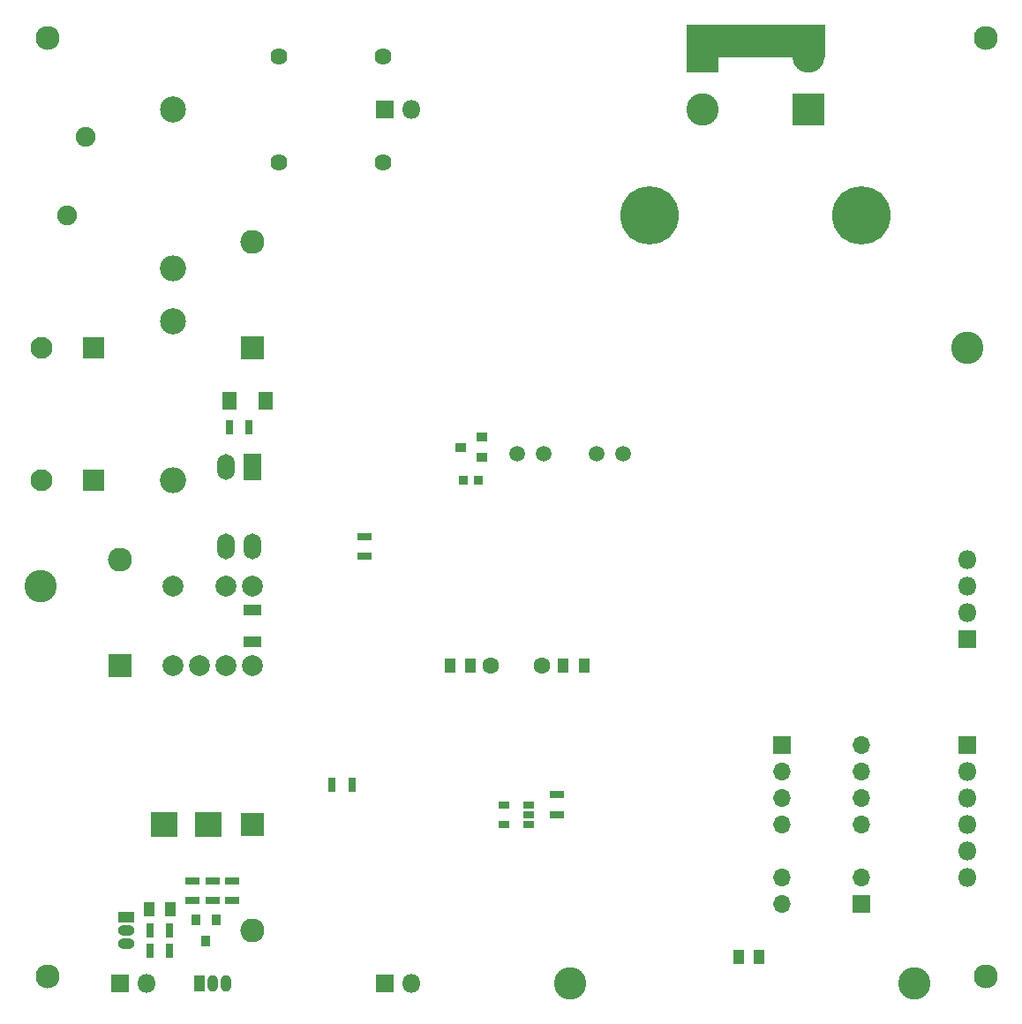
<source format=gbr>
%TF.GenerationSoftware,KiCad,Pcbnew,(5.1.6)-1*%
%TF.CreationDate,2020-06-29T23:41:49+02:00*%
%TF.ProjectId,EnergyMonitor,456e6572-6779-44d6-9f6e-69746f722e6b,1.0*%
%TF.SameCoordinates,Original*%
%TF.FileFunction,Soldermask,Bot*%
%TF.FilePolarity,Negative*%
%FSLAX46Y46*%
G04 Gerber Fmt 4.6, Leading zero omitted, Abs format (unit mm)*
G04 Created by KiCad (PCBNEW (5.1.6)-1) date 2020-06-29 23:41:49*
%MOMM*%
%LPD*%
G01*
G04 APERTURE LIST*
%ADD10C,0.100000*%
%ADD11C,3.100000*%
%ADD12R,1.800000X1.800000*%
%ADD13O,1.800000X1.800000*%
%ADD14R,1.700000X1.700000*%
%ADD15O,1.700000X1.700000*%
%ADD16R,1.100000X1.350000*%
%ADD17R,2.600000X2.400000*%
%ADD18O,1.600000X1.000000*%
%ADD19R,1.600000X1.000000*%
%ADD20C,2.300000*%
%ADD21C,2.500000*%
%ADD22O,2.500000X2.500000*%
%ADD23R,2.100000X2.100000*%
%ADD24C,2.100000*%
%ADD25R,3.100000X3.100000*%
%ADD26R,0.800000X1.400000*%
%ADD27R,1.400000X0.800000*%
%ADD28R,0.900000X0.850000*%
%ADD29C,1.600000*%
%ADD30C,2.005000*%
%ADD31R,0.900000X1.000000*%
%ADD32R,1.700000X2.500000*%
%ADD33O,1.700000X2.500000*%
%ADD34R,1.000000X0.900000*%
%ADD35R,1.100000X0.700000*%
%ADD36C,1.500000*%
%ADD37C,1.900000*%
%ADD38C,5.600000*%
%ADD39C,1.624000*%
%ADD40R,1.400000X1.800000*%
%ADD41R,2.300000X2.300000*%
%ADD42O,2.300000X2.300000*%
%ADD43O,1.000000X1.600000*%
%ADD44R,1.000000X1.600000*%
%ADD45R,1.700000X1.100000*%
G04 APERTURE END LIST*
D10*
G36*
X130264000Y-73000000D02*
G01*
X130264000Y-76000000D01*
X117056000Y-75996000D01*
X117056000Y-72996000D01*
X130264000Y-73000000D01*
G37*
X130264000Y-73000000D02*
X130264000Y-76000000D01*
X117056000Y-75996000D01*
X117056000Y-72996000D01*
X130264000Y-73000000D01*
D11*
%TO.C,TP15*%
X138900000Y-164920000D03*
%TD*%
%TO.C,TP13*%
X143980000Y-103960000D03*
%TD*%
D12*
%TO.C,JP1*%
X88100000Y-81100000D03*
D13*
X90640000Y-81100000D03*
%TD*%
D11*
%TO.C,TP18*%
X105880000Y-164920000D03*
%TD*%
D14*
%TO.C,U6*%
X133820000Y-157300000D03*
D15*
X126200000Y-154760000D03*
X133820000Y-154760000D03*
X126200000Y-157300000D03*
%TD*%
D16*
%TO.C,C14*%
X124025000Y-162380000D03*
X122025000Y-162380000D03*
%TD*%
D17*
%TO.C,D5*%
X71200000Y-149680000D03*
X66900000Y-149680000D03*
%TD*%
D18*
%TO.C,Q1*%
X63335000Y-159840000D03*
X63335000Y-161110000D03*
D19*
X63335000Y-158570000D03*
%TD*%
D20*
%TO.C,H4*%
X145800000Y-74200000D03*
%TD*%
%TO.C,H3*%
X55800000Y-74200000D03*
%TD*%
D11*
%TO.C,TP12*%
X55080000Y-126820000D03*
%TD*%
D16*
%TO.C,C26*%
X67510000Y-157808000D03*
X65510000Y-157808000D03*
%TD*%
D20*
%TO.C,H6*%
X145800000Y-164200000D03*
%TD*%
%TO.C,H5*%
X55800000Y-164200000D03*
%TD*%
D21*
%TO.C,RF1*%
X67780000Y-81100000D03*
D22*
X67780000Y-96340000D03*
%TD*%
D23*
%TO.C,C16*%
X60160000Y-103960000D03*
D24*
X55160000Y-103960000D03*
%TD*%
D23*
%TO.C,C17*%
X60160000Y-116660000D03*
D24*
X55160000Y-116660000D03*
%TD*%
D25*
%TO.C,J2*%
X128740000Y-81100000D03*
D11*
X128740000Y-76020000D03*
%TD*%
D26*
%TO.C,NT1*%
X84950000Y-145870000D03*
X83050000Y-145870000D03*
%TD*%
D27*
%TO.C,FB6*%
X86195000Y-122060000D03*
X86195000Y-123960000D03*
%TD*%
D28*
%TO.C,C11*%
X95605000Y-116660000D03*
X97105000Y-116660000D03*
%TD*%
D29*
%TO.C,Y1*%
X98260000Y-134440000D03*
X103140000Y-134440000D03*
%TD*%
D30*
%TO.C,U10*%
X75400000Y-126820000D03*
X72860000Y-126820000D03*
X67780000Y-126820000D03*
X67780000Y-134440000D03*
X70320000Y-134440000D03*
X72860000Y-134440000D03*
X75400000Y-134440000D03*
%TD*%
D31*
%TO.C,U9*%
X70005000Y-158840000D03*
X71905000Y-158840000D03*
X70955000Y-160840000D03*
%TD*%
D32*
%TO.C,U11*%
X75400000Y-115390000D03*
D33*
X72860000Y-123010000D03*
X72860000Y-115390000D03*
X75400000Y-123010000D03*
%TD*%
D14*
%TO.C,U5*%
X126200000Y-142060000D03*
D15*
X133820000Y-149680000D03*
X126200000Y-144600000D03*
X133820000Y-147140000D03*
X126200000Y-147140000D03*
X133820000Y-144600000D03*
X126200000Y-149680000D03*
X133820000Y-142060000D03*
%TD*%
D34*
%TO.C,U2*%
X97420000Y-112535000D03*
X97420000Y-114435000D03*
X95420000Y-113485000D03*
%TD*%
D35*
%TO.C,U13*%
X101930000Y-149680000D03*
X99530000Y-149680000D03*
X101930000Y-148730000D03*
X101930000Y-147780000D03*
X99530000Y-147780000D03*
%TD*%
D36*
%TO.C,TP6*%
X100800000Y-114120000D03*
X103340000Y-114120000D03*
%TD*%
%TO.C,TP5*%
X110960000Y-114120000D03*
X108420000Y-114120000D03*
%TD*%
D26*
%TO.C,R26*%
X75080000Y-111580000D03*
X73180000Y-111580000D03*
%TD*%
%TO.C,R33*%
X67460000Y-161745000D03*
X65560000Y-161745000D03*
%TD*%
%TO.C,R32*%
X67460000Y-159840000D03*
X65560000Y-159840000D03*
%TD*%
D27*
%TO.C,R31*%
X69685000Y-156980000D03*
X69685000Y-155080000D03*
%TD*%
%TO.C,R30*%
X71590000Y-155080000D03*
X71590000Y-156980000D03*
%TD*%
%TO.C,R29*%
X73495000Y-156980000D03*
X73495000Y-155080000D03*
%TD*%
D21*
%TO.C,R25*%
X67780000Y-101420000D03*
D22*
X67780000Y-116660000D03*
%TD*%
D27*
%TO.C,R28*%
X104610000Y-146825000D03*
X104610000Y-148725000D03*
%TD*%
D37*
%TO.C,MOV1*%
X57620000Y-91260000D03*
X59420000Y-83760000D03*
%TD*%
D12*
%TO.C,J7*%
X88100000Y-164920000D03*
D13*
X90640000Y-164920000D03*
%TD*%
D12*
%TO.C,J6*%
X62700000Y-164920000D03*
D13*
X65240000Y-164920000D03*
%TD*%
D12*
%TO.C,J5*%
X143980000Y-142060000D03*
D13*
X143980000Y-144600000D03*
X143980000Y-147140000D03*
X143980000Y-149680000D03*
X143980000Y-152220000D03*
X143980000Y-154760000D03*
%TD*%
D12*
%TO.C,J4*%
X143980000Y-131900000D03*
D13*
X143980000Y-129360000D03*
X143980000Y-126820000D03*
X143980000Y-124280000D03*
%TD*%
D25*
%TO.C,J1*%
X118580000Y-76020000D03*
D11*
X118580000Y-81100000D03*
%TD*%
D38*
%TO.C,H1*%
X113500000Y-91260000D03*
%TD*%
%TO.C,H2*%
X133820000Y-91260000D03*
%TD*%
D39*
%TO.C,FB5*%
X77940000Y-86180000D03*
X87940000Y-86180000D03*
%TD*%
%TO.C,FB4*%
X77940000Y-76020000D03*
X87940000Y-76020000D03*
%TD*%
D40*
%TO.C,DZ1*%
X73170000Y-109040000D03*
X76670000Y-109040000D03*
%TD*%
D41*
%TO.C,D3*%
X75400000Y-149680000D03*
D42*
X75400000Y-159840000D03*
%TD*%
D43*
%TO.C,D4*%
X71590000Y-164920000D03*
X72860000Y-164920000D03*
D44*
X70320000Y-164920000D03*
%TD*%
D41*
%TO.C,D2*%
X62700000Y-134440000D03*
D42*
X62700000Y-124280000D03*
%TD*%
D41*
%TO.C,D1*%
X75400000Y-103960000D03*
D42*
X75400000Y-93800000D03*
%TD*%
D16*
%TO.C,C10*%
X105245000Y-134440000D03*
X107245000Y-134440000D03*
%TD*%
D45*
%TO.C,C18*%
X75400000Y-129130000D03*
X75400000Y-132130000D03*
%TD*%
D16*
%TO.C,C9*%
X96355000Y-134440000D03*
X94355000Y-134440000D03*
%TD*%
M02*

</source>
